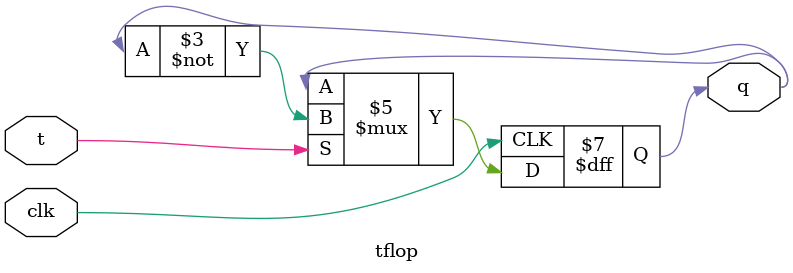
<source format=sv>
module tflop(input  logic clk,
             input  logic t,
             output logic q);

    always @(posedge clk) begin
        if(t == 0)
            q <= q;
        else
            q = ~q;
    end
endmodule
</source>
